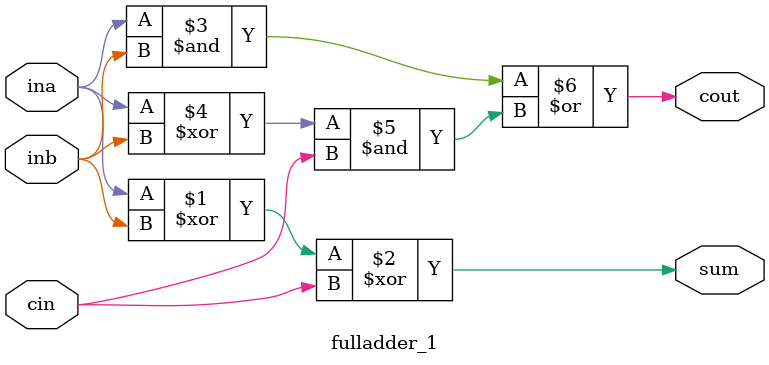
<source format=v>
`timescale 1ns / 1ps

module fulladder_1(
    input ina, inb, cin,
    output sum, cout
);

assign sum = (ina ^ inb) ^ cin;
assign cout = (ina & inb) | ((ina ^ inb) & cin);

endmodule
</source>
